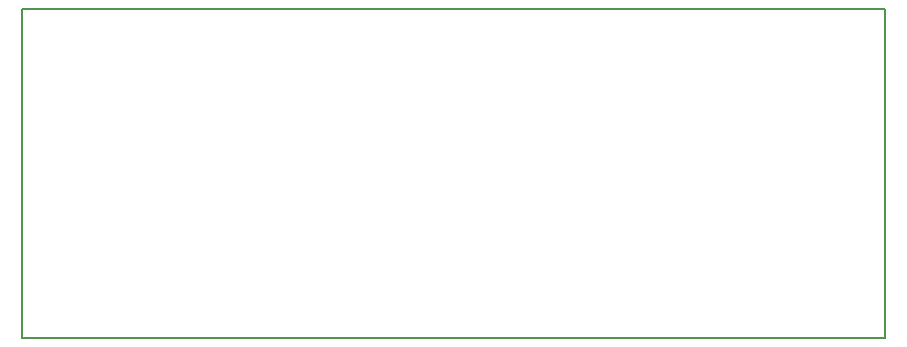
<source format=gko>
G04 Layer_Color=16711935*
%FSLAX24Y24*%
%MOIN*%
G70*
G01*
G75*
%ADD21C,0.0050*%
D21*
X38740Y10000D02*
Y20960D01*
X10000Y10000D02*
X38740D01*
X10000Y20960D02*
X38740D01*
X10000Y10000D02*
Y20960D01*
X38740Y10000D02*
Y20960D01*
X10000Y10000D02*
X38740D01*
X10000Y20960D02*
X38740D01*
X10000Y10000D02*
Y20960D01*
M02*

</source>
